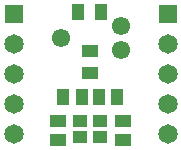
<source format=gbr>
%TF.GenerationSoftware,KiCad,Pcbnew,(6.0.2)*%
%TF.CreationDate,2022-12-01T20:05:35+01:00*%
%TF.ProjectId,nightUSB,6e696768-7455-4534-922e-6b696361645f,rev?*%
%TF.SameCoordinates,Original*%
%TF.FileFunction,Soldermask,Bot*%
%TF.FilePolarity,Negative*%
%FSLAX46Y46*%
G04 Gerber Fmt 4.6, Leading zero omitted, Abs format (unit mm)*
G04 Created by KiCad (PCBNEW (6.0.2)) date 2022-12-01 20:05:35*
%MOMM*%
%LPD*%
G01*
G04 APERTURE LIST*
%ADD10R,1.000000X1.450000*%
%ADD11R,1.020000X1.470000*%
%ADD12C,1.650000*%
%ADD13R,1.650000X1.650000*%
%ADD14C,1.550000*%
%ADD15R,1.200000X1.000000*%
%ADD16R,1.450000X1.000000*%
%ADD17R,1.470000X1.020000*%
G04 APERTURE END LIST*
D10*
%TO.C,R2*%
X90950000Y-65800000D03*
X92850000Y-65800000D03*
%TD*%
D11*
%TO.C,C3*%
X91250000Y-73050000D03*
X89650000Y-73050000D03*
%TD*%
D12*
%TO.C,J3*%
X98500000Y-76160000D03*
X98500000Y-73620000D03*
X98500000Y-71080000D03*
X98500000Y-68540000D03*
D13*
X98500000Y-66000000D03*
%TD*%
D14*
%TO.C,J1*%
X89460000Y-68000000D03*
X94540000Y-66984000D03*
X94540000Y-69016000D03*
%TD*%
D12*
%TO.C,J4*%
X85500000Y-76160000D03*
X85500000Y-73620000D03*
X85500000Y-71080000D03*
X85500000Y-68540000D03*
D13*
X85500000Y-66000000D03*
%TD*%
D11*
%TO.C,C4*%
X92650000Y-73050000D03*
X94250000Y-73050000D03*
%TD*%
D15*
%TO.C,Y1*%
X92750000Y-75100000D03*
X91050000Y-75100000D03*
X91050000Y-76400000D03*
X92750000Y-76400000D03*
%TD*%
D16*
%TO.C,R1*%
X91950000Y-71000000D03*
X91950000Y-69100000D03*
%TD*%
D17*
%TO.C,C2*%
X89200000Y-76700000D03*
X89200000Y-75100000D03*
%TD*%
%TO.C,C1*%
X94700000Y-76700000D03*
X94700000Y-75100000D03*
%TD*%
M02*

</source>
